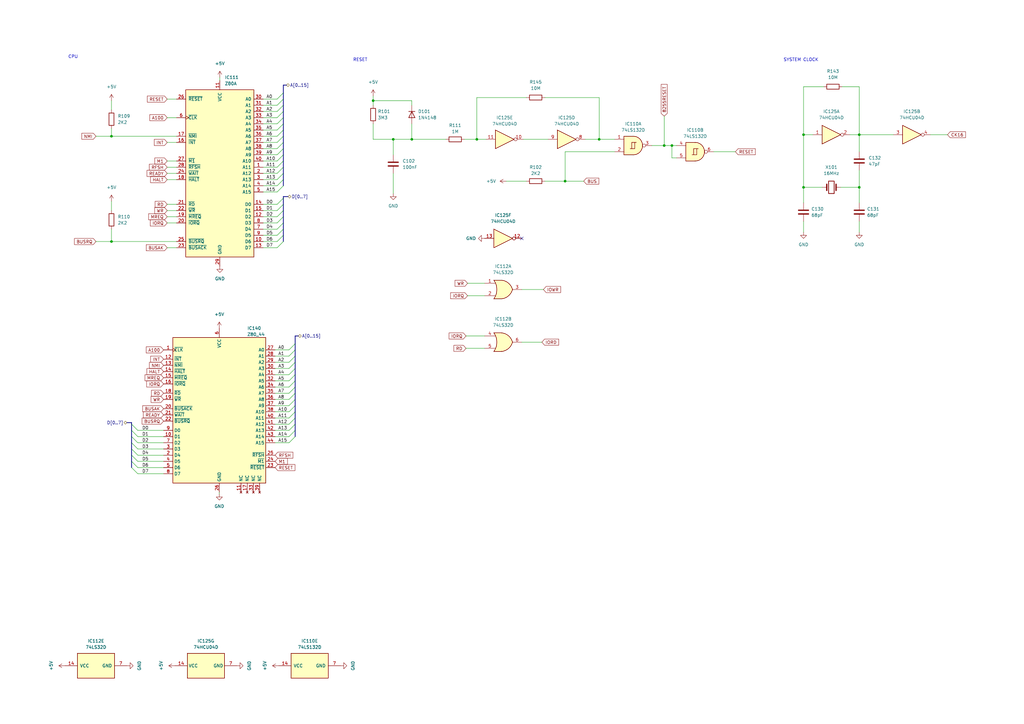
<source format=kicad_sch>
(kicad_sch (version 20230121) (generator eeschema)
  (paper "A3")
  (lib_symbols
    (symbol "74xx:74LS04"
      (property "Reference" "U" (at 0 1.27 0))
      (property "Value" "74LS04" (at 0 -1.27 0))
      (symbol "74LS04_1_0"
        (pin input line (at -7.62 0 0) (length 3.81) (name "~") (number "1"))
        (pin output inverted (at 7.62 0 180) (length 3.81) (name "~") (number "2"))
      )
      (symbol "74LS04_2_0"
        (pin input line (at -7.62 0 0) (length 3.81) (name "~") (number "3"))
        (pin output inverted (at 7.62 0 180) (length 3.81) (name "~") (number "4"))
      )
      (symbol "74LS04_3_0"
        (pin input line (at -7.62 0 0) (length 3.81) (name "~") (number "5"))
        (pin output inverted (at 7.62 0 180) (length 3.81) (name "~") (number "6"))
      )
      (symbol "74LS04_4_0"
        (pin output inverted (at 7.62 0 180) (length 3.81) (name "~") (number "8"))
        (pin input line (at -7.62 0 0) (length 3.81) (name "~") (number "9"))
      )
      (symbol "74LS04_5_0"
        (pin output inverted (at 7.62 0 180) (length 3.81) (name "~") (number "10"))
        (pin input line (at -7.62 0 0) (length 3.81) (name "~") (number "11"))
      )
      (symbol "74LS04_6_0"
        (pin output inverted (at 7.62 0 180) (length 3.81) (name "~") (number "12"))
        (pin input line (at -7.62 0 0) (length 3.81) (name "~") (number "13"))
      )
      (symbol "74LS04_7_0"
        (pin power_in line (at 0 12.7 270) (length 5.08) (name "VCC") (number "14"))
        (pin power_in line (at 0 -12.7 90) (length 5.08) (name "GND") (number "7"))
      )
    )
    (symbol "74xx:74LS132" (pin_names (offset 1.016))
      (property "Reference" "U" (at 0 1.27 0))
      (property "Value" "74LS132" (at 0 -1.27 0))
      (symbol "74LS132_1_1"
        (pin input line (at -7.62 2.54 0) (length 3.81) (name "~") (number "1"))
        (pin input line (at -7.62 -2.54 0) (length 3.81) (name "~") (number "2"))
        (pin output inverted (at 7.62 0 180) (length 3.81) (name "~") (number "3"))
      )
      (symbol "74LS132_1_2"
        (pin input inverted (at -7.62 2.54 0) (length 4.318) (name "~") (number "1"))
        (pin input inverted (at -7.62 -2.54 0) (length 4.318) (name "~") (number "2"))
        (pin output line (at 7.62 0 180) (length 3.81) (name "~") (number "3"))
      )
      (symbol "74LS132_2_1"
        (pin input line (at -7.62 2.54 0) (length 3.81) (name "~") (number "4"))
        (pin input line (at -7.62 -2.54 0) (length 3.81) (name "~") (number "5"))
        (pin output inverted (at 7.62 0 180) (length 3.81) (name "~") (number "6"))
      )
      (symbol "74LS132_2_2"
        (pin input inverted (at -7.62 2.54 0) (length 4.318) (name "~") (number "4"))
        (pin input inverted (at -7.62 -2.54 0) (length 4.318) (name "~") (number "5"))
        (pin output line (at 7.62 0 180) (length 3.81) (name "~") (number "6"))
      )
      (symbol "74LS132_3_1"
        (pin input line (at -7.62 -2.54 0) (length 3.81) (name "~") (number "10"))
        (pin output inverted (at 7.62 0 180) (length 3.81) (name "~") (number "8"))
        (pin input line (at -7.62 2.54 0) (length 3.81) (name "~") (number "9"))
      )
      (symbol "74LS132_3_2"
        (pin input inverted (at -7.62 -2.54 0) (length 4.318) (name "~") (number "10"))
        (pin output line (at 7.62 0 180) (length 3.81) (name "~") (number "8"))
        (pin input inverted (at -7.62 2.54 0) (length 4.318) (name "~") (number "9"))
      )
      (symbol "74LS132_4_1"
        (pin output inverted (at 7.62 0 180) (length 3.81) (name "~") (number "11"))
        (pin input line (at -7.62 2.54 0) (length 3.81) (name "~") (number "12"))
        (pin input line (at -7.62 -2.54 0) (length 3.81) (name "~") (number "13"))
      )
      (symbol "74LS132_4_2"
        (pin output line (at 7.62 0 180) (length 3.81) (name "~") (number "11"))
        (pin input inverted (at -7.62 2.54 0) (length 4.318) (name "~") (number "12"))
        (pin input inverted (at -7.62 -2.54 0) (length 4.318) (name "~") (number "13"))
      )
      (symbol "74LS132_5_0"
        (pin power_in line (at 0 12.7 270) (length 5.08) (name "VCC") (number "14"))
        (pin power_in line (at 0 -12.7 90) (length 5.08) (name "GND") (number "7"))
      )
    )
    (symbol "74xx:74LS32" (pin_names (offset 1.016))
      (property "Reference" "U" (at 0 1.27 0))
      (property "Value" "74LS32" (at 0 -1.27 0))
      (symbol "74LS32_1_1"
        (pin input line (at -7.62 2.54 0) (length 4.318) (name "~") (number "1"))
        (pin input line (at -7.62 -2.54 0) (length 4.318) (name "~") (number "2"))
        (pin output line (at 7.62 0 180) (length 3.81) (name "~") (number "3"))
      )
      (symbol "74LS32_1_2"
        (pin input inverted (at -7.62 2.54 0) (length 3.81) (name "~") (number "1"))
        (pin input inverted (at -7.62 -2.54 0) (length 3.81) (name "~") (number "2"))
        (pin output inverted (at 7.62 0 180) (length 3.81) (name "~") (number "3"))
      )
      (symbol "74LS32_2_1"
        (pin input line (at -7.62 2.54 0) (length 4.318) (name "~") (number "4"))
        (pin input line (at -7.62 -2.54 0) (length 4.318) (name "~") (number "5"))
        (pin output line (at 7.62 0 180) (length 3.81) (name "~") (number "6"))
      )
      (symbol "74LS32_2_2"
        (pin input inverted (at -7.62 2.54 0) (length 3.81) (name "~") (number "4"))
        (pin input inverted (at -7.62 -2.54 0) (length 3.81) (name "~") (number "5"))
        (pin output inverted (at 7.62 0 180) (length 3.81) (name "~") (number "6"))
      )
      (symbol "74LS32_3_1"
        (pin input line (at -7.62 -2.54 0) (length 4.318) (name "~") (number "10"))
        (pin output line (at 7.62 0 180) (length 3.81) (name "~") (number "8"))
        (pin input line (at -7.62 2.54 0) (length 4.318) (name "~") (number "9"))
      )
      (symbol "74LS32_3_2"
        (pin input inverted (at -7.62 -2.54 0) (length 3.81) (name "~") (number "10"))
        (pin output inverted (at 7.62 0 180) (length 3.81) (name "~") (number "8"))
        (pin input inverted (at -7.62 2.54 0) (length 3.81) (name "~") (number "9"))
      )
      (symbol "74LS32_4_1"
        (pin output line (at 7.62 0 180) (length 3.81) (name "~") (number "11"))
        (pin input line (at -7.62 2.54 0) (length 4.318) (name "~") (number "12"))
        (pin input line (at -7.62 -2.54 0) (length 4.318) (name "~") (number "13"))
      )
      (symbol "74LS32_4_2"
        (pin output inverted (at 7.62 0 180) (length 3.81) (name "~") (number "11"))
        (pin input inverted (at -7.62 2.54 0) (length 3.81) (name "~") (number "12"))
        (pin input inverted (at -7.62 -2.54 0) (length 3.81) (name "~") (number "13"))
      )
      (symbol "74LS32_5_0"
        (pin power_in line (at 0 12.7 270) (length 5.08) (name "VCC") (number "14"))
        (pin power_in line (at 0 -12.7 90) (length 5.08) (name "GND") (number "7"))
      )
    )
    (symbol "Amstrad:Z80_44"
      (property "Reference" "U" (at -17.78 31.75 0))
      (property "Value" "Z80_44" (at 15.24 31.75 0))
      (symbol "Z80_44_1_1"
        (pin input clock (at -22.86 25.4 0) (length 3.81) (name "~{CLK}") (number "1"))
        (pin bidirectional line (at -22.86 -10.16 0) (length 3.81) (name "D1") (number "10"))
        (pin no_connect line (at 8.89 -33.02 90) (length 3.81) (name "NC") (number "11"))
        (pin input line (at -22.86 21.59 0) (length 3.81) (name "~{INT}") (number "12"))
        (pin input line (at -22.86 19.05 0) (length 3.81) (name "~{NMI}") (number "13"))
        (pin output line (at -22.86 16.51 0) (length 3.81) (name "~{HALT}") (number "14"))
        (pin output line (at -22.86 13.97 0) (length 3.81) (name "~{MREQ}") (number "15"))
        (pin output line (at -22.86 11.43 0) (length 3.81) (name "~{IORQ}") (number "16"))
        (pin no_connect line (at 11.43 -33.02 90) (length 3.81) (name "NC") (number "17"))
        (pin output line (at -22.86 7.62 0) (length 3.81) (name "~{RD}") (number "18"))
        (pin output line (at -22.86 5.08 0) (length 3.81) (name "~{WR}") (number "19"))
        (pin bidirectional line (at -22.86 -17.78 0) (length 3.81) (name "D4") (number "2"))
        (pin output line (at -22.86 1.27 0) (length 3.81) (name "~{BUSACK}") (number "20"))
        (pin input line (at -22.86 -1.27 0) (length 3.81) (name "~{WAIT}") (number "21"))
        (pin input line (at -22.86 -3.81 0) (length 3.81) (name "~{BUSRQ}") (number "22"))
        (pin input line (at 22.86 -22.86 180) (length 3.81) (name "~{RESET}") (number "23"))
        (pin output line (at 22.86 -20.32 180) (length 3.81) (name "~{M1}") (number "24"))
        (pin output line (at 22.86 -17.78 180) (length 3.81) (name "~{RFSH}") (number "25"))
        (pin power_in line (at 0 -33.02 90) (length 3.81) (name "GND") (number "26"))
        (pin output line (at 22.86 25.4 180) (length 3.81) (name "A0") (number "27"))
        (pin output line (at 22.86 22.86 180) (length 3.81) (name "A1") (number "28"))
        (pin output line (at 22.86 20.32 180) (length 3.81) (name "A2") (number "29"))
        (pin bidirectional line (at -22.86 -15.24 0) (length 3.81) (name "D3") (number "3"))
        (pin output line (at 22.86 17.78 180) (length 3.81) (name "A3") (number "30"))
        (pin output line (at 22.86 15.24 180) (length 3.81) (name "A4") (number "31"))
        (pin output line (at 22.86 12.7 180) (length 3.81) (name "A5") (number "32"))
        (pin no_connect line (at 13.97 -33.02 90) (length 3.81) (name "NC") (number "33"))
        (pin output line (at 22.86 10.16 180) (length 3.81) (name "A6") (number "34"))
        (pin output line (at 22.86 7.62 180) (length 3.81) (name "A7") (number "35"))
        (pin output line (at 22.86 5.08 180) (length 3.81) (name "A8") (number "36"))
        (pin output line (at 22.86 2.54 180) (length 3.81) (name "A9") (number "37"))
        (pin output line (at 22.86 0 180) (length 3.81) (name "A10") (number "38"))
        (pin no_connect line (at 16.51 -33.02 90) (length 3.81) (name "NC") (number "39"))
        (pin bidirectional line (at -22.86 -20.32 0) (length 3.81) (name "D5") (number "4"))
        (pin output line (at 22.86 -2.54 180) (length 3.81) (name "A11") (number "40"))
        (pin output line (at 22.86 -5.08 180) (length 3.81) (name "A12") (number "41"))
        (pin output line (at 22.86 -7.62 180) (length 3.81) (name "A13") (number "42"))
        (pin output line (at 22.86 -10.16 180) (length 3.81) (name "A14") (number "43"))
        (pin output line (at 22.86 -12.7 180) (length 3.81) (name "A15") (number "44"))
        (pin bidirectional line (at -22.86 -22.86 0) (length 3.81) (name "D6") (number "5"))
        (pin power_in line (at 0 34.29 270) (length 3.81) (name "VCC") (number "6"))
        (pin bidirectional line (at -22.86 -12.7 0) (length 3.81) (name "D2") (number "7"))
        (pin bidirectional line (at -22.86 -25.4 0) (length 3.81) (name "D7") (number "8"))
        (pin bidirectional line (at -22.86 -7.62 0) (length 3.81) (name "D0") (number "9"))
      )
    )
    (symbol "CPU:Z80CPU" (pin_names (offset 1.016))
      (property "Reference" "U" (at -13.97 35.56 0))
      (property "Value" "Z80CPU" (at 6.35 35.56 0))
      (symbol "Z80CPU_1_1"
        (pin output line (at 17.78 2.54 180) (length 3.81) (name "A11") (number "1"))
        (pin bidirectional line (at 17.78 -27.94 180) (length 3.81) (name "D6") (number "10"))
        (pin power_in line (at 0 38.1 270) (length 3.81) (name "VCC") (number "11"))
        (pin bidirectional line (at 17.78 -17.78 180) (length 3.81) (name "D2") (number "12"))
        (pin bidirectional line (at 17.78 -30.48 180) (length 3.81) (name "D7") (number "13"))
        (pin bidirectional line (at 17.78 -12.7 180) (length 3.81) (name "D0") (number "14"))
        (pin bidirectional line (at 17.78 -15.24 180) (length 3.81) (name "D1") (number "15"))
        (pin input line (at -17.78 12.7 0) (length 3.81) (name "~{INT}") (number "16"))
        (pin input line (at -17.78 15.24 0) (length 3.81) (name "~{NMI}") (number "17"))
        (pin output line (at -17.78 -2.54 0) (length 3.81) (name "~{HALT}") (number "18"))
        (pin output line (at -17.78 -17.78 0) (length 3.81) (name "~{MREQ}") (number "19"))
        (pin output line (at 17.78 0 180) (length 3.81) (name "A12") (number "2"))
        (pin output line (at -17.78 -20.32 0) (length 3.81) (name "~{IORQ}") (number "20"))
        (pin output line (at -17.78 -12.7 0) (length 3.81) (name "~{RD}") (number "21"))
        (pin output line (at -17.78 -15.24 0) (length 3.81) (name "~{WR}") (number "22"))
        (pin output line (at -17.78 -30.48 0) (length 3.81) (name "~{BUSACK}") (number "23"))
        (pin input line (at -17.78 0 0) (length 3.81) (name "~{WAIT}") (number "24"))
        (pin input line (at -17.78 -27.94 0) (length 3.81) (name "~{BUSRQ}") (number "25"))
        (pin input line (at -17.78 30.48 0) (length 3.81) (name "~{RESET}") (number "26"))
        (pin output line (at -17.78 5.08 0) (length 3.81) (name "~{M1}") (number "27"))
        (pin output line (at -17.78 2.54 0) (length 3.81) (name "~{RFSH}") (number "28"))
        (pin power_in line (at 0 -38.1 90) (length 3.81) (name "GND") (number "29"))
        (pin output line (at 17.78 -2.54 180) (length 3.81) (name "A13") (number "3"))
        (pin output line (at 17.78 30.48 180) (length 3.81) (name "A0") (number "30"))
        (pin output line (at 17.78 27.94 180) (length 3.81) (name "A1") (number "31"))
        (pin output line (at 17.78 25.4 180) (length 3.81) (name "A2") (number "32"))
        (pin output line (at 17.78 22.86 180) (length 3.81) (name "A3") (number "33"))
        (pin output line (at 17.78 20.32 180) (length 3.81) (name "A4") (number "34"))
        (pin output line (at 17.78 17.78 180) (length 3.81) (name "A5") (number "35"))
        (pin output line (at 17.78 15.24 180) (length 3.81) (name "A6") (number "36"))
        (pin output line (at 17.78 12.7 180) (length 3.81) (name "A7") (number "37"))
        (pin output line (at 17.78 10.16 180) (length 3.81) (name "A8") (number "38"))
        (pin output line (at 17.78 7.62 180) (length 3.81) (name "A9") (number "39"))
        (pin output line (at 17.78 -5.08 180) (length 3.81) (name "A14") (number "4"))
        (pin output line (at 17.78 5.08 180) (length 3.81) (name "A10") (number "40"))
        (pin output line (at 17.78 -7.62 180) (length 3.81) (name "A15") (number "5"))
        (pin input clock (at -17.78 22.86 0) (length 3.81) (name "~{CLK}") (number "6"))
        (pin bidirectional line (at 17.78 -22.86 180) (length 3.81) (name "D4") (number "7"))
        (pin bidirectional line (at 17.78 -20.32 180) (length 3.81) (name "D3") (number "8"))
        (pin bidirectional line (at 17.78 -25.4 180) (length 3.81) (name "D5") (number "9"))
      )
    )
    (symbol "Device:C" (pin_numbers hide) (pin_names (offset 0.254))
      (property "Reference" "C" (at 0.635 2.54 0))
      (property "Value" "C" (at 0.635 -2.54 0))
      (symbol "C_1_1"
        (pin passive line (at 0 3.81 270) (length 2.794) (name "~") (number "1"))
        (pin passive line (at 0 -3.81 90) (length 2.794) (name "~") (number "2"))
      )
    )
    (symbol "Device:Crystal" (pin_numbers hide) (pin_names (offset 1.016) hide)
      (property "Reference" "Y" (at 0 3.81 0))
      (property "Value" "Crystal" (at 0 -3.81 0))
      (symbol "Crystal_1_1"
        (pin passive line (at -3.81 0 0) (length 1.27) (name "1") (number "1"))
        (pin passive line (at 3.81 0 180) (length 1.27) (name "2") (number "2"))
      )
    )
    (symbol "Device:D" (pin_numbers hide) (pin_names (offset 1.016) hide)
      (property "Reference" "D" (at 0 2.54 0))
      (property "Value" "D" (at 0 -2.54 0))
      (symbol "D_1_1"
        (pin passive line (at -3.81 0 0) (length 2.54) (name "K") (number "1"))
        (pin passive line (at 3.81 0 180) (length 2.54) (name "A") (number "2"))
      )
    )
    (symbol "Device:R" (pin_numbers hide) (pin_names (offset 0))
      (property "Reference" "R" (at 2.032 0 90))
      (property "Value" "R" (at 0 0 90))
      (symbol "R_1_1"
        (pin passive line (at 0 3.81 270) (length 1.27) (name "~") (number "1"))
        (pin passive line (at 0 -3.81 90) (length 1.27) (name "~") (number "2"))
      )
    )
    (symbol "power:+5V" (power) (pin_names (offset 0))
      (property "Value" "+5V" (at 0 3.556 0))
      (symbol "+5V_1_1"
        (pin power_in line (at 0 0 90) (length 0) hide (name "+5V") (number "1"))
      )
    )
    (symbol "power:GND" (power) (pin_names (offset 0))
      (property "Value" "GND" (at 0 -3.81 0))
      (symbol "GND_1_1"
        (pin power_in line (at 0 0 270) (length 0) hide (name "GND") (number "1"))
      )
    )
  )
  (junction (at 245.745 57.15))
  (junction (at 45.72 99.06))
  (junction (at 272.415 59.69))
  (junction (at 231.775 74.295))
  (junction (at 275.59 59.69))
  (junction (at 153.035 41.275))
  (junction (at 195.58 57.15))
  (junction (at 329.565 55.245))
  (junction (at 352.425 76.835))
  (junction (at 45.72 55.88))
  (junction (at 329.565 76.835))
  (junction (at 168.91 57.15))
  (junction (at 161.29 57.15))
  (junction (at 352.425 55.245))
  (no_connect (at 213.995 97.79))
  (bus_entry (at 56.515 176.53) (size -2.54 -2.54))
  (bus_entry (at 113.665 93.98) (size 2.54 -2.54))
  (bus_entry (at 118.5322 171.45) (size 2.54 -2.54))
  (bus_entry (at 118.5322 168.91) (size 2.54 -2.54))
  (bus_entry (at 56.515 189.23) (size -2.54 -2.54))
  (bus_entry (at 113.665 66.04) (size 2.54 -2.54))
  (bus_entry (at 113.665 53.34) (size 2.54 -2.54))
  (bus_entry (at 113.665 83.82) (size 2.54 -2.54))
  (bus_entry (at 118.5322 163.83) (size 2.54 -2.54))
  (bus_entry (at 113.665 50.8) (size 2.54 -2.54))
  (bus_entry (at 113.665 86.36) (size 2.54 -2.54))
  (bus_entry (at 113.665 58.42) (size 2.54 -2.54))
  (bus_entry (at 118.5322 173.99) (size 2.54 -2.54))
  (bus_entry (at 118.5322 158.75) (size 2.54 -2.54))
  (bus_entry (at 113.665 76.2) (size 2.54 -2.54))
  (bus_entry (at 113.665 99.06) (size 2.54 -2.54))
  (bus_entry (at 118.5322 153.67) (size 2.54 -2.54))
  (bus_entry (at 118.5322 176.53) (size 2.54 -2.54))
  (bus_entry (at 118.5322 179.07) (size 2.54 -2.54))
  (bus_entry (at 118.5322 148.59) (size 2.54 -2.54))
  (bus_entry (at 56.515 179.07) (size -2.54 -2.54))
  (bus_entry (at 56.515 184.15) (size -2.54 -2.54))
  (bus_entry (at 56.515 181.61) (size -2.54 -2.54))
  (bus_entry (at 118.5322 181.61) (size 2.54 -2.54))
  (bus_entry (at 118.5322 143.51) (size 2.54 -2.54))
  (bus_entry (at 113.665 96.52) (size 2.54 -2.54))
  (bus_entry (at 118.5322 166.37) (size 2.54 -2.54))
  (bus_entry (at 56.515 194.31) (size -2.54 -2.54))
  (bus_entry (at 56.515 191.77) (size -2.54 -2.54))
  (bus_entry (at 113.665 101.6) (size 2.54 -2.54))
  (bus_entry (at 113.665 48.26) (size 2.54 -2.54))
  (bus_entry (at 113.665 40.64) (size 2.54 -2.54))
  (bus_entry (at 118.5322 161.29) (size 2.54 -2.54))
  (bus_entry (at 118.5322 151.13) (size 2.54 -2.54))
  (bus_entry (at 113.665 60.96) (size 2.54 -2.54))
  (bus_entry (at 113.665 73.66) (size 2.54 -2.54))
  (bus_entry (at 118.5322 156.21) (size 2.54 -2.54))
  (bus_entry (at 56.515 186.69) (size -2.54 -2.54))
  (bus_entry (at 113.665 63.5) (size 2.54 -2.54))
  (bus_entry (at 113.665 88.9) (size 2.54 -2.54))
  (bus_entry (at 113.665 91.44) (size 2.54 -2.54))
  (bus_entry (at 113.665 71.12) (size 2.54 -2.54))
  (bus_entry (at 113.665 43.18) (size 2.54 -2.54))
  (bus_entry (at 113.665 45.72) (size 2.54 -2.54))
  (bus_entry (at 118.5322 146.05) (size 2.54 -2.54))
  (bus_entry (at 113.665 55.88) (size 2.54 -2.54))
  (bus_entry (at 113.665 68.58) (size 2.54 -2.54))
  (bus_entry (at 113.665 78.74) (size 2.54 -2.54))
  (wire (pts (xy 56.515 176.53) (xy 67.0972 176.53)))
  (wire (pts (xy 352.425 55.245) (xy 352.425 35.56)))
  (bus (pts (xy 121.0722 151.13) (xy 121.0722 153.67)))
  (wire (pts (xy 107.95 48.26) (xy 113.665 48.26)))
  (wire (pts (xy 272.415 59.69) (xy 275.59 59.69)))
  (wire (pts (xy 107.95 73.66) (xy 113.665 73.66)))
  (wire (pts (xy 153.035 41.275) (xy 153.035 43.18)))
  (bus (pts (xy 53.975 181.61) (xy 53.975 184.15)))
  (wire (pts (xy 56.515 179.07) (xy 67.0972 179.07)))
  (bus (pts (xy 121.0722 153.67) (xy 121.0722 156.21)))
  (wire (pts (xy 245.745 57.15) (xy 252.095 57.15)))
  (wire (pts (xy 153.035 39.37) (xy 153.035 41.275)))
  (wire (pts (xy 231.775 74.295) (xy 239.395 74.295)))
  (wire (pts (xy 68.58 101.6) (xy 72.39 101.6)))
  (wire (pts (xy 277.495 64.77) (xy 275.59 64.77)))
  (bus (pts (xy 121.0722 163.83) (xy 121.0722 166.37)))
  (wire (pts (xy 107.95 53.34) (xy 113.665 53.34)))
  (wire (pts (xy 329.565 35.56) (xy 337.82 35.56)))
  (wire (pts (xy 245.745 40.005) (xy 245.745 57.15)))
  (wire (pts (xy 45.72 55.88) (xy 72.39 55.88)))
  (wire (pts (xy 352.425 69.85) (xy 352.425 76.835)))
  (wire (pts (xy 68.58 83.82) (xy 72.39 83.82)))
  (wire (pts (xy 207.645 74.295) (xy 215.9 74.295)))
  (wire (pts (xy 348.615 55.245) (xy 352.425 55.245)))
  (wire (pts (xy 112.8172 176.53) (xy 118.5322 176.53)))
  (wire (pts (xy 68.58 86.36) (xy 72.39 86.36)))
  (wire (pts (xy 267.335 59.69) (xy 272.415 59.69)))
  (bus (pts (xy 116.205 45.72) (xy 116.205 48.26)))
  (wire (pts (xy 214.63 57.15) (xy 224.79 57.15)))
  (bus (pts (xy 121.0722 166.37) (xy 121.0722 168.91)))
  (bus (pts (xy 121.0722 148.59) (xy 121.0722 151.13)))
  (bus (pts (xy 116.205 34.925) (xy 116.205 38.1)))
  (wire (pts (xy 153.035 57.15) (xy 161.29 57.15)))
  (wire (pts (xy 215.9 40.005) (xy 195.58 40.005)))
  (wire (pts (xy 352.425 83.185) (xy 352.425 76.835)))
  (bus (pts (xy 116.205 93.98) (xy 116.205 96.52)))
  (wire (pts (xy 112.8172 171.45) (xy 118.5322 171.45)))
  (wire (pts (xy 45.72 41.275) (xy 45.72 45.085)))
  (bus (pts (xy 53.975 186.69) (xy 53.975 189.23)))
  (wire (pts (xy 56.515 189.23) (xy 67.0972 189.23)))
  (wire (pts (xy 161.29 71.12) (xy 161.29 79.375)))
  (bus (pts (xy 122.3422 137.795) (xy 121.0722 137.795)))
  (bus (pts (xy 121.0722 173.99) (xy 121.0722 176.53)))
  (bus (pts (xy 116.205 63.5) (xy 116.205 66.04)))
  (wire (pts (xy 329.565 83.185) (xy 329.565 76.835)))
  (wire (pts (xy 112.8172 156.21) (xy 118.5322 156.21)))
  (wire (pts (xy 107.95 43.18) (xy 113.665 43.18)))
  (bus (pts (xy 121.0722 146.05) (xy 121.0722 148.59)))
  (wire (pts (xy 107.95 99.06) (xy 113.665 99.06)))
  (wire (pts (xy 352.425 90.805) (xy 352.425 95.25)))
  (wire (pts (xy 153.035 41.275) (xy 168.91 41.275)))
  (wire (pts (xy 107.95 66.04) (xy 113.665 66.04)))
  (wire (pts (xy 45.72 82.55) (xy 45.72 86.36)))
  (bus (pts (xy 116.205 40.64) (xy 116.205 43.18)))
  (wire (pts (xy 68.58 88.9) (xy 72.39 88.9)))
  (wire (pts (xy 168.91 50.8) (xy 168.91 57.15)))
  (wire (pts (xy 56.515 186.69) (xy 67.0972 186.69)))
  (bus (pts (xy 121.0722 137.795) (xy 121.0722 140.97)))
  (wire (pts (xy 292.735 62.23) (xy 301.625 62.23)))
  (wire (pts (xy 112.8172 179.07) (xy 118.5322 179.07)))
  (wire (pts (xy 107.95 71.12) (xy 113.665 71.12)))
  (wire (pts (xy 107.95 40.64) (xy 113.665 40.64)))
  (bus (pts (xy 116.205 88.9) (xy 116.205 91.44)))
  (wire (pts (xy 107.95 78.74) (xy 113.665 78.74)))
  (bus (pts (xy 116.205 43.18) (xy 116.205 45.72)))
  (wire (pts (xy 68.58 58.42) (xy 72.39 58.42)))
  (wire (pts (xy 107.95 86.36) (xy 113.665 86.36)))
  (wire (pts (xy 45.72 93.98) (xy 45.72 99.06)))
  (wire (pts (xy 191.135 137.795) (xy 198.755 137.795)))
  (wire (pts (xy 107.95 45.72) (xy 113.665 45.72)))
  (bus (pts (xy 116.205 73.66) (xy 116.205 76.2)))
  (bus (pts (xy 116.205 81.28) (xy 116.205 83.82)))
  (wire (pts (xy 168.91 43.18) (xy 168.91 41.275)))
  (bus (pts (xy 53.975 179.07) (xy 53.975 181.61)))
  (bus (pts (xy 52.07 173.355) (xy 53.975 173.355)))
  (wire (pts (xy 45.72 52.705) (xy 45.72 55.88)))
  (wire (pts (xy 39.37 99.06) (xy 45.72 99.06)))
  (bus (pts (xy 116.205 80.645) (xy 116.205 81.28)))
  (wire (pts (xy 112.8172 168.91) (xy 118.5322 168.91)))
  (wire (pts (xy 112.8172 173.99) (xy 118.5322 173.99)))
  (wire (pts (xy 107.95 50.8) (xy 113.665 50.8)))
  (bus (pts (xy 116.205 60.96) (xy 116.205 63.5)))
  (bus (pts (xy 116.205 58.42) (xy 116.205 60.96)))
  (wire (pts (xy 107.95 76.2) (xy 113.665 76.2)))
  (wire (pts (xy 275.59 64.77) (xy 275.59 59.69)))
  (wire (pts (xy 191.77 121.285) (xy 198.755 121.285)))
  (bus (pts (xy 116.205 66.04) (xy 116.205 68.58)))
  (wire (pts (xy 68.58 40.64) (xy 72.39 40.64)))
  (wire (pts (xy 112.8172 151.13) (xy 118.5322 151.13)))
  (wire (pts (xy 223.52 74.295) (xy 231.775 74.295)))
  (bus (pts (xy 116.205 96.52) (xy 116.205 99.06)))
  (wire (pts (xy 107.95 55.88) (xy 113.665 55.88)))
  (wire (pts (xy 191.135 142.875) (xy 198.755 142.875)))
  (bus (pts (xy 116.205 50.8) (xy 116.205 53.34)))
  (wire (pts (xy 112.8172 166.37) (xy 118.5322 166.37)))
  (bus (pts (xy 116.205 68.58) (xy 116.205 71.12)))
  (bus (pts (xy 121.0722 161.29) (xy 121.0722 163.83)))
  (wire (pts (xy 329.565 76.835) (xy 329.565 55.245)))
  (wire (pts (xy 107.95 83.82) (xy 113.665 83.82)))
  (wire (pts (xy 107.95 91.44) (xy 113.665 91.44)))
  (bus (pts (xy 116.205 83.82) (xy 116.205 86.36)))
  (bus (pts (xy 116.205 53.34) (xy 116.205 55.88)))
  (wire (pts (xy 107.95 93.98) (xy 113.665 93.98)))
  (bus (pts (xy 116.205 38.1) (xy 116.205 40.64)))
  (wire (pts (xy 112.8172 153.67) (xy 118.5322 153.67)))
  (bus (pts (xy 121.0722 176.53) (xy 121.0722 179.07)))
  (bus (pts (xy 121.0722 143.51) (xy 121.0722 146.05)))
  (wire (pts (xy 68.58 71.12) (xy 72.39 71.12)))
  (wire (pts (xy 231.775 62.23) (xy 252.095 62.23)))
  (bus (pts (xy 117.475 34.925) (xy 116.205 34.925)))
  (wire (pts (xy 112.8172 158.75) (xy 118.5322 158.75)))
  (wire (pts (xy 223.52 40.005) (xy 245.745 40.005)))
  (bus (pts (xy 116.205 86.36) (xy 116.205 88.9)))
  (bus (pts (xy 118.11 80.645) (xy 116.205 80.645)))
  (bus (pts (xy 116.205 48.26) (xy 116.205 50.8)))
  (wire (pts (xy 275.59 59.69) (xy 277.495 59.69)))
  (wire (pts (xy 68.58 73.66) (xy 72.39 73.66)))
  (wire (pts (xy 107.95 96.52) (xy 113.665 96.52)))
  (wire (pts (xy 195.58 57.15) (xy 199.39 57.15)))
  (wire (pts (xy 329.565 55.245) (xy 333.375 55.245)))
  (wire (pts (xy 329.565 76.835) (xy 337.185 76.835)))
  (wire (pts (xy 344.805 76.835) (xy 352.425 76.835)))
  (wire (pts (xy 112.8172 163.83) (xy 118.5322 163.83)))
  (wire (pts (xy 161.29 57.15) (xy 161.29 63.5)))
  (bus (pts (xy 121.0722 168.91) (xy 121.0722 171.45)))
  (wire (pts (xy 107.95 68.58) (xy 113.665 68.58)))
  (wire (pts (xy 240.03 57.15) (xy 245.745 57.15)))
  (wire (pts (xy 329.565 55.245) (xy 329.565 35.56)))
  (bus (pts (xy 121.0722 171.45) (xy 121.0722 173.99)))
  (wire (pts (xy 213.995 118.745) (xy 222.885 118.745)))
  (wire (pts (xy 112.8172 146.05) (xy 118.5322 146.05)))
  (wire (pts (xy 352.425 55.245) (xy 352.425 62.23)))
  (wire (pts (xy 107.95 88.9) (xy 113.665 88.9)))
  (bus (pts (xy 116.205 71.12) (xy 116.205 73.66)))
  (bus (pts (xy 116.205 55.88) (xy 116.205 58.42)))
  (wire (pts (xy 39.37 55.88) (xy 45.72 55.88)))
  (bus (pts (xy 53.975 184.15) (xy 53.975 186.69)))
  (wire (pts (xy 45.72 99.06) (xy 72.39 99.06)))
  (wire (pts (xy 329.565 90.805) (xy 329.565 95.25)))
  (wire (pts (xy 231.775 74.295) (xy 231.775 62.23)))
  (bus (pts (xy 53.975 189.23) (xy 53.975 191.77)))
  (wire (pts (xy 191.77 116.205) (xy 198.755 116.205)))
  (bus (pts (xy 121.0722 156.21) (xy 121.0722 158.75)))
  (wire (pts (xy 272.415 47.625) (xy 272.415 59.69)))
  (bus (pts (xy 53.975 173.99) (xy 53.975 176.53)))
  (bus (pts (xy 116.205 91.44) (xy 116.205 93.98)))
  (wire (pts (xy 68.58 91.44) (xy 72.39 91.44)))
  (bus (pts (xy 53.975 173.355) (xy 53.975 173.99)))
  (bus (pts (xy 53.975 176.53) (xy 53.975 179.07)))
  (wire (pts (xy 56.515 181.61) (xy 67.0972 181.61)))
  (wire (pts (xy 56.515 194.31) (xy 67.0972 194.31)))
  (wire (pts (xy 107.95 63.5) (xy 113.665 63.5)))
  (wire (pts (xy 153.035 50.8) (xy 153.035 57.15)))
  (wire (pts (xy 213.995 140.335) (xy 222.25 140.335)))
  (wire (pts (xy 112.8172 181.61) (xy 118.5322 181.61)))
  (wire (pts (xy 107.95 58.42) (xy 113.665 58.42)))
  (bus (pts (xy 121.0722 140.97) (xy 121.0722 143.51)))
  (wire (pts (xy 352.425 35.56) (xy 345.44 35.56)))
  (wire (pts (xy 56.515 191.77) (xy 67.0972 191.77)))
  (wire (pts (xy 112.8172 148.59) (xy 118.5322 148.59)))
  (wire (pts (xy 168.91 57.15) (xy 182.88 57.15)))
  (wire (pts (xy 68.58 68.58) (xy 72.39 68.58)))
  (wire (pts (xy 190.5 57.15) (xy 195.58 57.15)))
  (wire (pts (xy 107.95 101.6) (xy 113.665 101.6)))
  (wire (pts (xy 68.58 66.04) (xy 72.39 66.04)))
  (wire (pts (xy 107.95 60.96) (xy 113.665 60.96)))
  (wire (pts (xy 112.8172 161.29) (xy 118.5322 161.29)))
  (bus (pts (xy 121.0722 158.75) (xy 121.0722 161.29)))
  (wire (pts (xy 161.29 57.15) (xy 168.91 57.15)))
  (wire (pts (xy 56.515 184.15) (xy 67.0972 184.15)))
  (wire (pts (xy 68.58 48.26) (xy 72.39 48.26)))
  (wire (pts (xy 195.58 40.005) (xy 195.58 57.15)))
  (wire (pts (xy 90.17 31.75) (xy 90.17 33.02)))
  (wire (pts (xy 352.425 55.245) (xy 366.395 55.245)))
  (wire (pts (xy 381.635 55.245) (xy 388.62 55.245)))
  (wire (pts (xy 89.9572 202.565) (xy 89.9572 201.93)))
  (wire (pts (xy 112.8172 143.51) (xy 118.5322 143.51)))
  (text "RESET" (at 144.78 25.4 0) (effects (font (size 1.27 1.27)) (justify left bottom)))
  (text "CPU" (at 27.94 24.13 0) (effects (font (size 1.27 1.27)) (justify left bottom)))
  (text "SYSTEM CLOCK" (at 321.31 25.4 0) (effects (font (size 1.27 1.27)) (justify left bottom)))
  (label "A1" (at 109.22 43.18 0))
  (label "D0" (at 60.96 176.53 180))
  (label "D7" (at 60.96 194.31 180))
  (label "A1" (at 114.0872 146.05 0))
  (label "D5" (at 60.96 189.23 180))
  (label "D2" (at 109.22 88.9 0))
  (label "A4" (at 114.0872 153.67 0))
  (label "A15" (at 114.0872 181.61 0))
  (label "A5" (at 114.0872 156.21 0))
  (label "A3" (at 109.22 48.26 0))
  (label "A0" (at 109.22 40.64 0))
  (label "D2" (at 60.96 181.61 180))
  (label "A12" (at 114.0872 173.99 0))
  (label "A10" (at 114.0872 168.91 0))
  (label "D4" (at 60.96 186.69 180))
  (label "A2" (at 109.22 45.72 0))
  (label "D3" (at 109.22 91.44 0))
  (label "A15" (at 109.22 78.74 0))
  (label "A5" (at 109.22 53.34 0))
  (label "A7" (at 109.22 58.42 0))
  (label "A6" (at 114.0872 158.75 0))
  (label "A13" (at 114.0872 176.53 0))
  (label "D1" (at 60.96 179.07 180))
  (label "A3" (at 114.0872 151.13 0))
  (label "A8" (at 114.0872 163.83 0))
  (label "A7" (at 114.0872 161.29 0))
  (label "D6" (at 60.96 191.77 180))
  (label "A0" (at 114.0872 143.51 0))
  (label "D3" (at 60.96 184.15 180))
  (label "A14" (at 109.22 76.2 0))
  (label "D0" (at 109.22 83.82 0))
  (label "D7" (at 109.22 101.6 0))
  (label "A2" (at 114.0872 148.59 0))
  (label "A8" (at 109.22 60.96 0))
  (label "A11" (at 114.0872 171.45 0))
  (label "A9" (at 109.22 63.5 0))
  (label "A11" (at 109.22 68.58 0))
  (label "D5" (at 109.22 96.52 0))
  (label "A13" (at 109.22 73.66 0))
  (label "A14" (at 114.0872 179.07 0))
  (label "A12" (at 109.22 71.12 0))
  (label "A4" (at 109.22 50.8 0))
  (label "A6" (at 109.22 55.88 0))
  (label "A9" (at 114.0872 166.37 0))
  (label "A10" (at 109.22 66.04 0))
  (label "D4" (at 109.22 93.98 0))
  (label "D6" (at 109.22 99.06 0))
  (label "D1" (at 109.22 86.36 0))
  (global_label "WR" (shape input) (at 191.77 116.205 180) (property "Intersheetrefs" "${INTERSHEET_REFS}" (effects hide)))
  (global_label "RESET" (shape input) (at 68.58 40.64 180) (property "Intersheetrefs" "${INTERSHEET_REFS}" (effects hide)))
  (global_label "BUSRQ" (shape input) (at 67.0972 172.72 180) (property "Intersheetrefs" "${INTERSHEET_REFS}" (effects hide)))
  (global_label "INT" (shape input) (at 68.58 58.42 180) (property "Intersheetrefs" "${INTERSHEET_REFS}" (effects hide)))
  (global_label "BUSAK" (shape input) (at 67.0972 167.64 180) (property "Intersheetrefs" "${INTERSHEET_REFS}" (effects hide)))
  (global_label "RD" (shape input) (at 68.58 83.82 180) (property "Intersheetrefs" "${INTERSHEET_REFS}" (effects hide)))
  (global_label "IOWR" (shape input) (at 222.885 118.745 0) (property "Intersheetrefs" "${INTERSHEET_REFS}" (effects hide)))
  (global_label "WR" (shape input) (at 67.0972 163.83 180) (property "Intersheetrefs" "${INTERSHEET_REFS}" (effects hide)))
  (global_label "BUS" (shape input) (at 239.395 74.295 0) (property "Intersheetrefs" "${INTERSHEET_REFS}" (effects hide)))
  (global_label "INT" (shape input) (at 67.0972 147.32 180) (property "Intersheetrefs" "${INTERSHEET_REFS}" (effects hide)))
  (global_label "NMI" (shape input) (at 67.0972 149.86 180) (property "Intersheetrefs" "${INTERSHEET_REFS}" (effects hide)))
  (global_label "RESET" (shape input) (at 301.625 62.23 0) (property "Intersheetrefs" "${INTERSHEET_REFS}" (effects hide)))
  (global_label "A100" (shape input) (at 68.58 48.26 180) (property "Intersheetrefs" "${INTERSHEET_REFS}" (effects hide)))
  (global_label "READY" (shape input) (at 68.58 71.12 180) (property "Intersheetrefs" "${INTERSHEET_REFS}" (effects hide)))
  (global_label "RD" (shape input) (at 191.135 142.875 180) (property "Intersheetrefs" "${INTERSHEET_REFS}" (effects hide)))
  (global_label "HALT" (shape input) (at 67.0972 152.4 180) (property "Intersheetrefs" "${INTERSHEET_REFS}" (effects hide)))
  (global_label "MREQ" (shape input) (at 67.0972 154.94 180) (property "Intersheetrefs" "${INTERSHEET_REFS}" (effects hide)))
  (global_label "IORQ" (shape input) (at 67.0972 157.48 180) (property "Intersheetrefs" "${INTERSHEET_REFS}" (effects hide)))
  (global_label "8255RESET" (shape input) (at 272.415 47.625 90) (property "Intersheetrefs" "${INTERSHEET_REFS}" (effects hide)))
  (global_label "IORQ" (shape input) (at 191.135 137.795 180) (property "Intersheetrefs" "${INTERSHEET_REFS}" (effects hide)))
  (global_label "MREQ" (shape input) (at 68.58 88.9 180) (property "Intersheetrefs" "${INTERSHEET_REFS}" (effects hide)))
  (global_label "NMI" (shape input) (at 39.37 55.88 180) (property "Intersheetrefs" "${INTERSHEET_REFS}" (effects hide)))
  (global_label "RESET" (shape input) (at 112.8172 191.77 0) (property "Intersheetrefs" "${INTERSHEET_REFS}" (effects hide)))
  (global_label "IORQ" (shape input) (at 191.77 121.285 180) (property "Intersheetrefs" "${INTERSHEET_REFS}" (effects hide)))
  (global_label "IORQ" (shape input) (at 68.58 91.44 180) (property "Intersheetrefs" "${INTERSHEET_REFS}" (effects hide)))
  (global_label "HALT" (shape input) (at 68.58 73.66 180) (property "Intersheetrefs" "${INTERSHEET_REFS}" (effects hide)))
  (global_label "WR" (shape input) (at 68.58 86.36 180) (property "Intersheetrefs" "${INTERSHEET_REFS}" (effects hide)))
  (global_label "BUSAK" (shape input) (at 68.58 101.6 180) (property "Intersheetrefs" "${INTERSHEET_REFS}" (effects hide)))
  (global_label "M1" (shape input) (at 68.58 66.04 180) (property "Intersheetrefs" "${INTERSHEET_REFS}" (effects hide)))
  (global_label "IORD" (shape input) (at 222.25 140.335 0) (property "Intersheetrefs" "${INTERSHEET_REFS}" (effects hide)))
  (global_label "BUSRQ" (shape input) (at 39.37 99.06 180) (property "Intersheetrefs" "${INTERSHEET_REFS}" (effects hide)))
  (global_label "CK16" (shape input) (at 388.62 55.245 0) (property "Intersheetrefs" "${INTERSHEET_REFS}" (effects hide)))
  (global_label "A100" (shape input) (at 67.0972 143.51 180) (property "Intersheetrefs" "${INTERSHEET_REFS}" (effects hide)))
  (global_label "RFSH" (shape input) (at 112.8172 186.69 0) (property "Intersheetrefs" "${INTERSHEET_REFS}" (effects hide)))
  (global_label "RD" (shape input) (at 67.0972 161.29 180) (property "Intersheetrefs" "${INTERSHEET_REFS}" (effects hide)))
  (global_label "READY" (shape input) (at 67.0972 170.18 180) (property "Intersheetrefs" "${INTERSHEET_REFS}" (effects hide)))
  (global_label "M1" (shape input) (at 112.8172 189.23 0) (property "Intersheetrefs" "${INTERSHEET_REFS}" (effects hide)))
  (global_label "RFSH" (shape input) (at 68.58 68.58 180) (property "Intersheetrefs" "${INTERSHEET_REFS}" (effects hide)))
  (hierarchical_label "D[0..7]" (shape bidirectional) (at 52.07 173.355 180))
  (hierarchical_label "A[0..15]" (shape bidirectional) (at 117.475 34.925 0))
  (hierarchical_label "A[0..15]" (shape bidirectional) (at 122.3422 137.795 0))
  (hierarchical_label "D[0..7]" (shape bidirectional) (at 118.11 80.645 0))
  (symbol (lib_id "Device:C") (at 329.565 86.995 0) (unit 1)
    (property "Reference" "C130" (at 332.74 85.7249 0) (effects (justify left)))
    (property "Value" "68pF" (at 332.74 88.2649 0) (effects (justify left)))
    (property "Footprint" "Capacitor_SMD:C_0805_2012Metric" (effects hide))
    (property "LCSC" "C1834" (effects hide))
  )
  (symbol (lib_id "74xx:74LS04") (at 207.01 57.15 0) (unit 5)
    (property "Reference" "IC125" (at 207.01 48.26 0))
    (property "Value" "74HCU04D" (at 207.01 50.8 0))
    (property "Footprint" "Package_SO:SOIC-14_3.9x8.7mm_P1.27mm" (effects hide))
    (property "Datasheet" "http://www.ti.com/lit/gpn/sn74LS04" (effects hide))
  )
  (symbol (lib_id "power:+5V") (at 89.9572 134.62 0) (unit 1)
    (property "Reference" "#PWR0209" (effects hide))
    (property "Value" "+5V" (at 89.9572 128.905 0))
  )
  (symbol (lib_id "Amstrad:Z80_44") (at 89.9572 168.91 0) (unit 1) (in_bom no) (on_board no)
    (property "Reference" "IC140" (at 101.3872 134.62 0) (effects (justify left)))
    (property "Value" "Z80_44" (at 101.3872 137.16 0) (effects (justify left)))
    (property "Footprint" "Package_QFP:LQFP-44_10x10mm_P0.8mm" (effects hide))
  )
  (symbol (lib_id "Device:R") (at 341.63 35.56 90) (unit 1)
    (property "Reference" "R143" (at 341.63 29.21 90))
    (property "Value" "10M" (at 341.63 31.75 90))
    (property "Footprint" "Resistor_SMD:R_0805_2012Metric" (effects hide))
    (property "LCSC" "C309665" (effects hide))
  )
  (symbol (lib_id "74xx:74LS32") (at 39.37 273.05 90) (unit 5)
    (property "Reference" "IC112" (at 39.37 262.89 90))
    (property "Value" "74LS32D" (at 39.37 265.43 90))
    (property "Footprint" "Package_SO:SOIC-14_3.9x8.7mm_P1.27mm" (effects hide))
    (property "Datasheet" "http://www.ti.com/lit/gpn/sn74LS32" (effects hide))
  )
  (symbol (lib_id "Device:Crystal") (at 340.995 76.835 0) (unit 1)
    (property "Reference" "X101" (at 340.995 68.58 0))
    (property "Value" "16MHz" (at 340.995 71.12 0))
    (property "Footprint" "Crystal:Crystal_HC49-U_Vertical" (effects hide))
  )
  (symbol (lib_id "power:GND") (at 97.155 273.05 90) (unit 1)
    (property "Reference" "#PWR0112" (effects hide))
    (property "Value" "GND" (at 102.235 273.05 0))
  )
  (symbol (lib_id "74xx:74LS32") (at 206.375 118.745 0) (unit 1)
    (property "Reference" "IC112" (at 206.375 109.22 0))
    (property "Value" "74LS32D" (at 206.375 111.76 0))
    (property "Footprint" "Package_SO:SOIC-14_3.9x8.7mm_P1.27mm" (effects hide))
    (property "Datasheet" "http://www.ti.com/lit/gpn/sn74LS32" (effects hide))
  )
  (symbol (lib_id "power:+5V") (at 153.035 39.37 0) (unit 1)
    (property "Reference" "#PWR0114" (effects hide))
    (property "Value" "+5V" (at 153.035 33.655 0))
  )
  (symbol (lib_id "Device:C") (at 352.425 86.995 0) (unit 1)
    (property "Reference" "C131" (at 355.6 85.7249 0) (effects (justify left)))
    (property "Value" "68pF" (at 355.6 88.2649 0) (effects (justify left)))
    (property "Footprint" "Capacitor_SMD:C_0805_2012Metric" (effects hide))
    (property "LCSC" "C1834" (effects hide))
  )
  (symbol (lib_id "74xx:74LS04") (at 374.015 55.245 0) (unit 2)
    (property "Reference" "IC125" (at 374.015 45.72 0))
    (property "Value" "74HCU04D" (at 374.015 48.26 0))
    (property "Footprint" "Package_SO:SOIC-14_3.9x8.7mm_P1.27mm" (effects hide))
    (property "Datasheet" "http://www.ti.com/lit/gpn/sn74LS04" (effects hide))
  )
  (symbol (lib_id "Device:R") (at 153.035 46.99 0) (unit 1)
    (property "Reference" "R101" (at 154.94 45.7199 0) (effects (justify left)))
    (property "Value" "3M3" (at 154.94 48.2599 0) (effects (justify left)))
    (property "Footprint" "Resistor_SMD:R_0805_2012Metric" (effects hide))
    (property "LCSC" "C483095" (effects hide))
  )
  (symbol (lib_id "Device:R") (at 186.69 57.15 90) (unit 1)
    (property "Reference" "R111" (at 186.69 51.435 90))
    (property "Value" "1M" (at 186.69 53.975 90))
    (property "Footprint" "Resistor_SMD:R_0805_2012Metric" (effects hide))
    (property "LCSC" "C482940" (effects hide))
  )
  (symbol (lib_id "74xx:74LS04") (at 206.375 97.79 0) (unit 6)
    (property "Reference" "IC125" (at 206.375 88.265 0))
    (property "Value" "74HCU04D" (at 206.375 90.805 0))
    (property "Footprint" "Package_SO:SOIC-14_3.9x8.7mm_P1.27mm" (effects hide))
    (property "Datasheet" "http://www.ti.com/lit/gpn/sn74LS04" (effects hide))
  )
  (symbol (lib_id "power:+5V") (at 26.67 273.05 90) (unit 1)
    (property "Reference" "#PWR0107" (effects hide))
    (property "Value" "+5V" (at 20.955 273.05 0))
  )
  (symbol (lib_id "power:GND") (at 329.565 95.25 0) (unit 1)
    (property "Reference" "#PWR0122" (effects hide))
    (property "Value" "GND" (at 329.565 100.33 0))
  )
  (symbol (lib_id "Device:C") (at 161.29 67.31 0) (unit 1)
    (property "Reference" "C102" (at 165.1 66.0399 0) (effects (justify left)))
    (property "Value" "100nF" (at 165.1 68.5799 0) (effects (justify left)))
    (property "Footprint" "Capacitor_SMD:C_0805_2012Metric" (effects hide))
    (property "LCSC" "C49678" (effects hide))
  )
  (symbol (lib_id "Device:R") (at 219.71 40.005 90) (unit 1)
    (property "Reference" "R145" (at 219.71 33.655 90))
    (property "Value" "10M" (at 219.71 36.195 90))
    (property "Footprint" "Resistor_SMD:R_0805_2012Metric" (effects hide))
    (property "LCSC" "C309665" (effects hide))
  )
  (symbol (lib_id "Device:R") (at 45.72 48.895 0) (unit 1)
    (property "Reference" "R109" (at 48.26 47.6249 0) (effects (justify left)))
    (property "Value" "2K2" (at 48.26 50.1649 0) (effects (justify left)))
    (property "Footprint" "Resistor_SMD:R_0805_2012Metric" (effects hide))
    (property "LCSC" "C114561" (effects hide))
  )
  (symbol (lib_id "power:+5V") (at 45.72 82.55 0) (unit 1)
    (property "Reference" "#PWR0102" (effects hide))
    (property "Value" "+5V" (at 45.72 76.835 0))
  )
  (symbol (lib_id "74xx:74LS132") (at 259.715 59.69 0) (unit 1)
    (property "Reference" "IC110" (at 259.715 50.8 0))
    (property "Value" "74LS132D" (at 259.715 53.34 0))
    (property "Footprint" "Package_SO:SOIC-14_3.9x8.7mm_P1.27mm" (effects hide))
    (property "Datasheet" "http://www.ti.com/lit/gpn/sn74LS132" (effects hide))
  )
  (symbol (lib_id "Device:R") (at 219.71 74.295 90) (unit 1)
    (property "Reference" "R102" (at 219.71 68.58 90))
    (property "Value" "2K2" (at 219.71 71.12 90))
    (property "Footprint" "Resistor_SMD:R_0805_2012Metric" (effects hide))
    (property "LCSC" "C114561" (effects hide))
  )
  (symbol (lib_id "74xx:74LS04") (at 232.41 57.15 0) (unit 4)
    (property "Reference" "IC125" (at 232.41 48.26 0))
    (property "Value" "74HCU04D" (at 232.41 50.8 0))
    (property "Footprint" "Package_SO:SOIC-14_3.9x8.7mm_P1.27mm" (effects hide))
    (property "Datasheet" "http://www.ti.com/lit/gpn/sn74LS04" (effects hide))
  )
  (symbol (lib_id "power:+5V") (at 71.755 273.05 90) (unit 1)
    (property "Reference" "#PWR0111" (effects hide))
    (property "Value" "+5V" (at 66.04 273.05 0))
  )
  (symbol (lib_id "power:GND") (at 198.755 97.79 270) (unit 1)
    (property "Reference" "#PWR0134" (effects hide))
    (property "Value" "GND" (at 191.135 97.79 90) (effects (justify left)))
  )
  (symbol (lib_id "74xx:74LS132") (at 285.115 62.23 0) (unit 2)
    (property "Reference" "IC110" (at 285.115 53.34 0))
    (property "Value" "74LS132D" (at 285.115 55.88 0))
    (property "Footprint" "Package_SO:SOIC-14_3.9x8.7mm_P1.27mm" (effects hide))
    (property "Datasheet" "http://www.ti.com/lit/gpn/sn74LS132" (effects hide))
  )
  (symbol (lib_id "Device:D") (at 168.91 46.99 270) (unit 1)
    (property "Reference" "D101" (at 171.45 45.7199 90) (effects (justify left)))
    (property "Value" "1N4148" (at 171.45 48.2599 90) (effects (justify left)))
    (property "Footprint" "CPC464-MINI:D101" (effects hide))
    (property "LCSC" "C2099" (effects hide))
  )
  (symbol (lib_id "power:+5V") (at 207.645 74.295 90) (unit 1)
    (property "Reference" "#PWR0120" (effects hide))
    (property "Value" "+5V" (at 199.39 74.295 90) (effects (justify right)))
  )
  (symbol (lib_id "power:GND") (at 52.07 273.05 90) (unit 1)
    (property "Reference" "#PWR0108" (effects hide))
    (property "Value" "GND" (at 57.15 273.05 0))
  )
  (symbol (lib_id "Device:R") (at 45.72 90.17 0) (unit 1)
    (property "Reference" "R110" (at 48.26 88.8999 0) (effects (justify left)))
    (property "Value" "2K2" (at 48.26 91.4399 0) (effects (justify left)))
    (property "Footprint" "Resistor_SMD:R_0805_2012Metric" (effects hide))
    (property "LCSC" "C114561" (effects hide))
  )
  (symbol (lib_id "74xx:74LS132") (at 127 273.05 90) (unit 5)
    (property "Reference" "IC110" (at 127 262.89 90))
    (property "Value" "74LS132D" (at 127 265.43 90))
    (property "Footprint" "Package_SO:SOIC-14_3.9x8.7mm_P1.27mm" (effects hide))
    (property "Datasheet" "http://www.ti.com/lit/gpn/sn74LS132" (effects hide))
  )
  (symbol (lib_id "74xx:74LS04") (at 84.455 273.05 90) (unit 7)
    (property "Reference" "IC125" (at 84.455 262.89 90))
    (property "Value" "74HCU04D" (at 84.455 265.43 90))
    (property "Footprint" "Package_SO:SOIC-14_3.9x8.7mm_P1.27mm" (effects hide))
    (property "Datasheet" "http://www.ti.com/lit/gpn/sn74LS04" (effects hide))
  )
  (symbol (lib_id "74xx:74LS32") (at 206.375 140.335 0) (unit 2)
    (property "Reference" "IC112" (at 206.375 130.81 0))
    (property "Value" "74LS32D" (at 206.375 133.35 0))
    (property "Footprint" "Package_SO:SOIC-14_3.9x8.7mm_P1.27mm" (effects hide))
    (property "Datasheet" "http://www.ti.com/lit/gpn/sn74LS32" (effects hide))
  )
  (symbol (lib_id "power:GND") (at 161.29 79.375 0) (unit 1)
    (property "Reference" "#PWR0115" (effects hide))
    (property "Value" "GND" (at 161.29 84.455 0))
  )
  (symbol (lib_id "power:+5V") (at 90.17 31.75 0) (unit 1)
    (property "Reference" "#PWR0101" (effects hide))
    (property "Value" "+5V" (at 90.17 26.035 0))
  )
  (symbol (lib_id "74xx:74LS04") (at 340.995 55.245 0) (unit 1)
    (property "Reference" "IC125" (at 340.995 45.72 0))
    (property "Value" "74HCU04D" (at 340.995 48.26 0))
    (property "Footprint" "Package_SO:SOIC-14_3.9x8.7mm_P1.27mm" (effects hide))
    (property "Datasheet" "http://www.ti.com/lit/gpn/sn74LS04" (effects hide))
  )
  (symbol (lib_id "power:GND") (at 89.9572 202.565 0) (unit 1)
    (property "Reference" "#PWR0210" (effects hide))
    (property "Value" "GND" (at 89.9572 207.645 0))
  )
  (symbol (lib_id "Device:C") (at 352.425 66.04 180) (unit 1)
    (property "Reference" "C132" (at 356.235 64.7699 0) (effects (justify right)))
    (property "Value" "47pF" (at 356.235 67.3099 0) (effects (justify right)))
    (property "Footprint" "Capacitor_SMD:C_0805_2012Metric" (effects hide))
    (property "LCSC" "C24659" (effects hide))
  )
  (symbol (lib_id "power:GND") (at 90.17 109.22 0) (unit 1)
    (property "Reference" "#PWR0106" (effects hide))
    (property "Value" "GND" (at 90.17 114.3 0))
  )
  (symbol (lib_id "power:+5V") (at 114.3 273.05 90) (unit 1)
    (property "Reference" "#PWR0110" (effects hide))
    (property "Value" "+5V" (at 108.585 273.05 0))
  )
  (symbol (lib_id "power:GND") (at 139.7 273.05 90) (unit 1)
    (property "Reference" "#PWR0113" (effects hide))
    (property "Value" "GND" (at 144.78 273.05 0))
  )
  (symbol (lib_id "power:+5V") (at 45.72 41.275 0) (unit 1)
    (property "Reference" "#PWR0104" (effects hide))
    (property "Value" "+5V" (at 45.72 35.56 0))
  )
  (symbol (lib_id "CPU:Z80CPU") (at 90.17 71.12 0) (unit 1)
    (property "Reference" "IC111" (at 92.1894 31.75 0) (effects (justify left)))
    (property "Value" "Z80A" (at 92.1894 34.29 0) (effects (justify left)))
    (property "Footprint" "Package_DIP:DIP-40_W15.24mm" (effects hide))
    (property "Datasheet" "www.zilog.com/manage_directlink.php?filepath=docs/z80/um0080" (effects hide))
  )
  (symbol (lib_id "power:GND") (at 352.425 95.25 0) (unit 1)
    (property "Reference" "#PWR0121" (effects hide))
    (property "Value" "GND" (at 352.425 100.33 0))
  )
)
</source>
